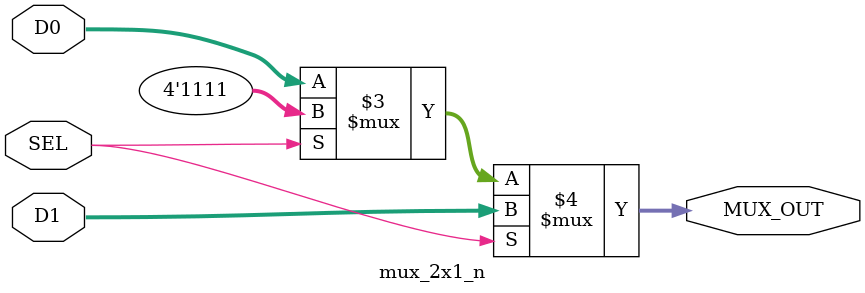
<source format=v>
module mux_2x1_n #(
    parameter BITS = 4
) (
    input  [BITS-1:0] D1,
    input  [BITS-1:0] D0,
    input             SEL,
    output [BITS-1:0] MUX_OUT
);

    assign MUX_OUT = (SEL == 1'b1) ? D1 :
                     (SEL == 1'b0) ? D0 :
                     {BITS{1'b1}}; // default 

endmodule
</source>
